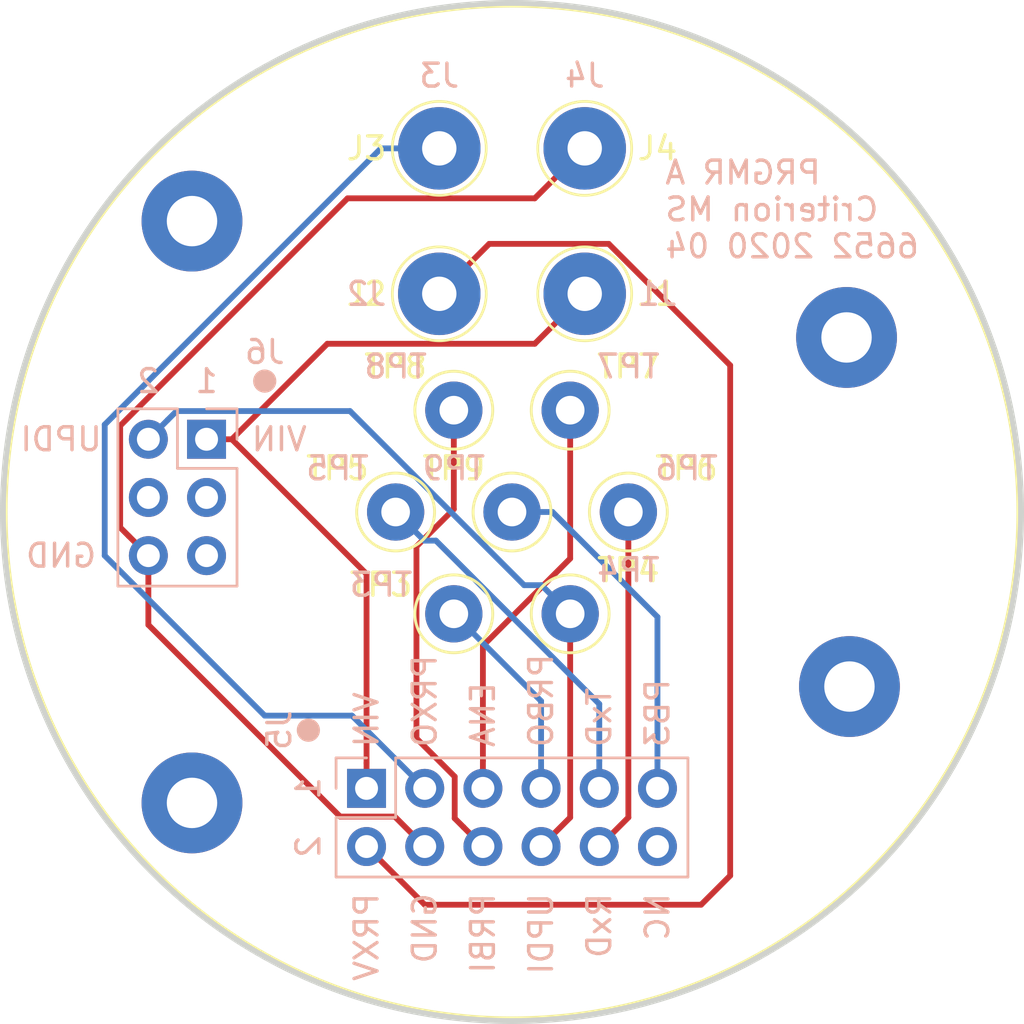
<source format=kicad_pcb>
(kicad_pcb (version 20171130) (host pcbnew 5.1.4+dfsg1-1)

  (general
    (thickness 1.6)
    (drawings 36)
    (tracks 65)
    (zones 0)
    (modules 17)
    (nets 12)
  )

  (page A4)
  (layers
    (0 F.Cu signal)
    (31 B.Cu signal)
    (32 B.Adhes user hide)
    (33 F.Adhes user hide)
    (34 B.Paste user hide)
    (35 F.Paste user hide)
    (36 B.SilkS user)
    (37 F.SilkS user)
    (38 B.Mask user hide)
    (39 F.Mask user hide)
    (40 Dwgs.User user)
    (41 Cmts.User user)
    (42 Eco1.User user)
    (43 Eco2.User user)
    (44 Edge.Cuts user)
    (45 Margin user hide)
    (46 B.CrtYd user)
    (47 F.CrtYd user)
    (48 B.Fab user hide)
    (49 F.Fab user hide)
  )

  (setup
    (last_trace_width 0.254)
    (user_trace_width 0.1524)
    (user_trace_width 0.254)
    (user_trace_width 0.381)
    (user_trace_width 0.635)
    (trace_clearance 0.254)
    (zone_clearance 0.508)
    (zone_45_only no)
    (trace_min 0.1524)
    (via_size 0.635)
    (via_drill 0.381)
    (via_min_size 0.508)
    (via_min_drill 0.254)
    (user_via 0.508 0.254)
    (user_via 0.762 0.381)
    (user_via 1.27 0.635)
    (uvia_size 0.508)
    (uvia_drill 0.254)
    (uvias_allowed no)
    (uvia_min_size 0.2)
    (uvia_min_drill 0.1)
    (edge_width 0.05)
    (segment_width 0.2)
    (pcb_text_width 0.3)
    (pcb_text_size 1.5 1.5)
    (mod_edge_width 0.12)
    (mod_text_size 1 1)
    (mod_text_width 0.15)
    (pad_size 1.56 0.65)
    (pad_drill 0)
    (pad_to_mask_clearance 0.051)
    (solder_mask_min_width 0.25)
    (aux_axis_origin 0 0)
    (visible_elements FFFFFF7F)
    (pcbplotparams
      (layerselection 0x010fc_ffffffff)
      (usegerberextensions false)
      (usegerberattributes false)
      (usegerberadvancedattributes false)
      (creategerberjobfile false)
      (excludeedgelayer true)
      (linewidth 0.100000)
      (plotframeref false)
      (viasonmask false)
      (mode 1)
      (useauxorigin false)
      (hpglpennumber 1)
      (hpglpenspeed 20)
      (hpglpendiameter 15.000000)
      (psnegative false)
      (psa4output false)
      (plotreference true)
      (plotvalue true)
      (plotinvisibletext false)
      (padsonsilk false)
      (subtractmaskfromsilk false)
      (outputformat 1)
      (mirror false)
      (drillshape 1)
      (scaleselection 1)
      (outputdirectory ""))
  )

  (net 0 "")
  (net 1 +15V)
  (net 2 /Prox_Out)
  (net 3 /UPDI)
  (net 4 /VIN)
  (net 5 /GND)
  (net 6 /Probe_Out)
  (net 7 /TxD)
  (net 8 /RxD)
  (net 9 /Ena_Prox)
  (net 10 /Probe_In)
  (net 11 /Spare)

  (net_class Default "This is the default net class."
    (clearance 0.254)
    (trace_width 0.254)
    (via_dia 0.635)
    (via_drill 0.381)
    (uvia_dia 0.508)
    (uvia_drill 0.254)
    (diff_pair_width 0.254)
    (diff_pair_gap 0.254)
    (add_net +15V)
    (add_net /Ena_Prox)
    (add_net /GND)
    (add_net /Probe_In)
    (add_net /Probe_Out)
    (add_net /Prox_Out)
    (add_net /RxD)
    (add_net /Spare)
    (add_net /TxD)
    (add_net /UPDI)
    (add_net /VIN)
    (add_net "Net-(J5-Pad12)")
    (add_net "Net-(J6-Pad3)")
    (add_net "Net-(J6-Pad4)")
    (add_net "Net-(J6-Pad5)")
  )

  (net_class Minimum ""
    (clearance 0.1524)
    (trace_width 0.1524)
    (via_dia 0.508)
    (via_drill 0.254)
    (uvia_dia 0.508)
    (uvia_drill 0.254)
    (diff_pair_width 0.1524)
    (diff_pair_gap 0.1524)
  )

  (net_class Power ""
    (clearance 0.635)
    (trace_width 0.635)
    (via_dia 1.27)
    (via_drill 0.635)
    (uvia_dia 0.508)
    (uvia_drill 0.254)
    (diff_pair_width 0.635)
    (diff_pair_gap 0.635)
  )

  (module Connector_PinHeader_2.54mm:PinHeader_2x03_P2.54mm_Vertical (layer B.Cu) (tedit 59FED5CC) (tstamp 5E9FD1E1)
    (at 139.065 98.425 180)
    (descr "Through hole straight pin header, 2x03, 2.54mm pitch, double rows")
    (tags "Through hole pin header THT 2x03 2.54mm double row")
    (path /5EA491CE)
    (fp_text reference J6 (at -2.54 3.81) (layer B.SilkS)
      (effects (font (size 1 1) (thickness 0.15)) (justify mirror))
    )
    (fp_text value Conn_02x03_Odd_Even (at 1.27 -7.41) (layer B.Fab)
      (effects (font (size 1 1) (thickness 0.15)) (justify mirror))
    )
    (fp_text user %R (at 1.27 -2.54 270) (layer B.Fab)
      (effects (font (size 1 1) (thickness 0.15)) (justify mirror))
    )
    (fp_line (start 4.35 1.8) (end -1.8 1.8) (layer B.CrtYd) (width 0.05))
    (fp_line (start 4.35 -6.85) (end 4.35 1.8) (layer B.CrtYd) (width 0.05))
    (fp_line (start -1.8 -6.85) (end 4.35 -6.85) (layer B.CrtYd) (width 0.05))
    (fp_line (start -1.8 1.8) (end -1.8 -6.85) (layer B.CrtYd) (width 0.05))
    (fp_line (start -1.33 1.33) (end 0 1.33) (layer B.SilkS) (width 0.12))
    (fp_line (start -1.33 0) (end -1.33 1.33) (layer B.SilkS) (width 0.12))
    (fp_line (start 1.27 1.33) (end 3.87 1.33) (layer B.SilkS) (width 0.12))
    (fp_line (start 1.27 -1.27) (end 1.27 1.33) (layer B.SilkS) (width 0.12))
    (fp_line (start -1.33 -1.27) (end 1.27 -1.27) (layer B.SilkS) (width 0.12))
    (fp_line (start 3.87 1.33) (end 3.87 -6.41) (layer B.SilkS) (width 0.12))
    (fp_line (start -1.33 -1.27) (end -1.33 -6.41) (layer B.SilkS) (width 0.12))
    (fp_line (start -1.33 -6.41) (end 3.87 -6.41) (layer B.SilkS) (width 0.12))
    (fp_line (start -1.27 0) (end 0 1.27) (layer B.Fab) (width 0.1))
    (fp_line (start -1.27 -6.35) (end -1.27 0) (layer B.Fab) (width 0.1))
    (fp_line (start 3.81 -6.35) (end -1.27 -6.35) (layer B.Fab) (width 0.1))
    (fp_line (start 3.81 1.27) (end 3.81 -6.35) (layer B.Fab) (width 0.1))
    (fp_line (start 0 1.27) (end 3.81 1.27) (layer B.Fab) (width 0.1))
    (pad 6 thru_hole oval (at 2.54 -5.08 180) (size 1.7 1.7) (drill 1) (layers *.Cu *.Mask)
      (net 5 /GND))
    (pad 5 thru_hole oval (at 0 -5.08 180) (size 1.7 1.7) (drill 1) (layers *.Cu *.Mask))
    (pad 4 thru_hole oval (at 2.54 -2.54 180) (size 1.7 1.7) (drill 1) (layers *.Cu *.Mask))
    (pad 3 thru_hole oval (at 0 -2.54 180) (size 1.7 1.7) (drill 1) (layers *.Cu *.Mask))
    (pad 2 thru_hole oval (at 2.54 0 180) (size 1.7 1.7) (drill 1) (layers *.Cu *.Mask)
      (net 3 /UPDI))
    (pad 1 thru_hole rect (at 0 0 180) (size 1.7 1.7) (drill 1) (layers *.Cu *.Mask)
      (net 4 /VIN))
    (model ${KISYS3DMOD}/Connector_PinHeader_2.54mm.3dshapes/PinHeader_2x03_P2.54mm_Vertical.wrl
      (at (xyz 0 0 0))
      (scale (xyz 1 1 1))
      (rotate (xyz 0 0 0))
    )
  )

  (module Boeing_6652:P70-2200045 (layer F.Cu) (tedit 5E9886D3) (tstamp 5EA0114B)
    (at 152.4 101.6)
    (path /5F01F231)
    (fp_text reference TP9 (at -2.54 -1.905) (layer F.SilkS)
      (effects (font (size 1 1) (thickness 0.15)))
    )
    (fp_text value PB3 (at -0.1 3.1) (layer F.Fab) hide
      (effects (font (size 1.005102 1.005102) (thickness 0.015)))
    )
    (fp_circle (center 0 0) (end 1.66 0) (layer F.CrtYd) (width 0.05))
    (fp_circle (center 0 0) (end 1.08 0) (layer F.Fab) (width 0.127))
    (fp_circle (center 0 0) (end 1.7 0) (layer F.SilkS) (width 0.127))
    (pad 1 thru_hole circle (at 0 0) (size 2.5 2.5) (drill 1.25) (layers *.Cu *.Mask)
      (net 11 /Spare))
    (model ${KIPRJMOD}/p70-2200045.stp
      (offset (xyz 0 0 0.05))
      (scale (xyz 1 1 1))
      (rotate (xyz -90 0 0))
    )
  )

  (module Boeing_6652:P70-2200045 (layer F.Cu) (tedit 5E9886D3) (tstamp 5E9EA19B)
    (at 149.86 97.155)
    (path /5EBC4B02)
    (fp_text reference TP8 (at -2.54 -1.905) (layer F.SilkS)
      (effects (font (size 1 1) (thickness 0.15)))
    )
    (fp_text value Probe_In (at -0.1 3.1) (layer F.Fab) hide
      (effects (font (size 1.005102 1.005102) (thickness 0.015)))
    )
    (fp_circle (center 0 0) (end 1.66 0) (layer F.CrtYd) (width 0.05))
    (fp_circle (center 0 0) (end 1.08 0) (layer F.Fab) (width 0.127))
    (fp_circle (center 0 0) (end 1.7 0) (layer F.SilkS) (width 0.127))
    (pad 1 thru_hole circle (at 0 0) (size 2.5 2.5) (drill 1.25) (layers *.Cu *.Mask)
      (net 10 /Probe_In))
    (model ${KIPRJMOD}/p70-2200045.stp
      (offset (xyz 0 0 0.05))
      (scale (xyz 1 1 1))
      (rotate (xyz -90 0 0))
    )
  )

  (module Boeing_6652:P70-2200045 (layer F.Cu) (tedit 5E9886D3) (tstamp 5EA032F7)
    (at 154.94 97.155)
    (path /5EEC8881)
    (fp_text reference TP7 (at 2.54 -1.905) (layer F.SilkS)
      (effects (font (size 1 1) (thickness 0.15)))
    )
    (fp_text value ENA_PROX (at -0.1 3.1) (layer F.Fab) hide
      (effects (font (size 1.005102 1.005102) (thickness 0.015)))
    )
    (fp_circle (center 0 0) (end 1.66 0) (layer F.CrtYd) (width 0.05))
    (fp_circle (center 0 0) (end 1.08 0) (layer F.Fab) (width 0.127))
    (fp_circle (center 0 0) (end 1.7 0) (layer F.SilkS) (width 0.127))
    (pad 1 thru_hole circle (at 0 0) (size 2.5 2.5) (drill 1.25) (layers *.Cu *.Mask)
      (net 9 /Ena_Prox))
    (model ${KIPRJMOD}/p70-2200045.stp
      (offset (xyz 0 0 0.05))
      (scale (xyz 1 1 1))
      (rotate (xyz -90 0 0))
    )
  )

  (module Boeing_6652:P70-2200045 (layer F.Cu) (tedit 5E9886D3) (tstamp 5E9F9F98)
    (at 157.48 101.6)
    (path /5F248CEB)
    (fp_text reference TP6 (at 2.54 -1.905) (layer F.SilkS)
      (effects (font (size 1 1) (thickness 0.15)))
    )
    (fp_text value RxD (at -0.1 3.1) (layer F.Fab) hide
      (effects (font (size 1.005102 1.005102) (thickness 0.015)))
    )
    (fp_circle (center 0 0) (end 1.66 0) (layer F.CrtYd) (width 0.05))
    (fp_circle (center 0 0) (end 1.08 0) (layer F.Fab) (width 0.127))
    (fp_circle (center 0 0) (end 1.7 0) (layer F.SilkS) (width 0.127))
    (pad 1 thru_hole circle (at 0 0) (size 2.5 2.5) (drill 1.25) (layers *.Cu *.Mask)
      (net 8 /RxD))
    (model ${KIPRJMOD}/p70-2200045.stp
      (offset (xyz 0 0 0.05))
      (scale (xyz 1 1 1))
      (rotate (xyz -90 0 0))
    )
  )

  (module Boeing_6652:P70-2200045 (layer F.Cu) (tedit 5E9886D3) (tstamp 5E9EA059)
    (at 147.32 101.6)
    (path /5F573187)
    (fp_text reference TP5 (at -2.54 -1.905) (layer F.SilkS)
      (effects (font (size 1 1) (thickness 0.15)))
    )
    (fp_text value TxD (at -0.1 3.1) (layer F.Fab) hide
      (effects (font (size 1.005102 1.005102) (thickness 0.015)))
    )
    (fp_circle (center 0 0) (end 1.66 0) (layer F.CrtYd) (width 0.05))
    (fp_circle (center 0 0) (end 1.08 0) (layer F.Fab) (width 0.127))
    (fp_circle (center 0 0) (end 1.7 0) (layer F.SilkS) (width 0.127))
    (pad 1 thru_hole circle (at 0 0) (size 2.5 2.5) (drill 1.25) (layers *.Cu *.Mask)
      (net 7 /TxD))
    (model ${KIPRJMOD}/p70-2200045.stp
      (offset (xyz 0 0 0.05))
      (scale (xyz 1 1 1))
      (rotate (xyz -90 0 0))
    )
  )

  (module Boeing_6652:P70-2200045 (layer F.Cu) (tedit 5E9886D3) (tstamp 5E9EA38F)
    (at 154.94 106.045)
    (path /5EEBD63B)
    (fp_text reference TP4 (at 2.54 -1.905) (layer F.SilkS)
      (effects (font (size 1 1) (thickness 0.15)))
    )
    (fp_text value UPDI (at -0.1 3.1) (layer F.Fab) hide
      (effects (font (size 1.005102 1.005102) (thickness 0.015)))
    )
    (fp_circle (center 0 0) (end 1.66 0) (layer F.CrtYd) (width 0.05))
    (fp_circle (center 0 0) (end 1.08 0) (layer F.Fab) (width 0.127))
    (fp_circle (center 0 0) (end 1.7 0) (layer F.SilkS) (width 0.127))
    (pad 1 thru_hole circle (at 0 0) (size 2.5 2.5) (drill 1.25) (layers *.Cu *.Mask)
      (net 3 /UPDI))
    (model ${KIPRJMOD}/p70-2200045.stp
      (offset (xyz 0 0 0.05))
      (scale (xyz 1 1 1))
      (rotate (xyz -90 0 0))
    )
  )

  (module Boeing_6652:P70-2200045 (layer F.Cu) (tedit 5E9886D3) (tstamp 5E9BD51D)
    (at 149.86 106.045)
    (path /5EBB55B8)
    (fp_text reference TP3 (at -3.175 -1.27) (layer F.SilkS)
      (effects (font (size 1 1) (thickness 0.15)))
    )
    (fp_text value Probe_Out (at -0.1 3.1) (layer F.Fab) hide
      (effects (font (size 1.005102 1.005102) (thickness 0.015)))
    )
    (fp_circle (center 0 0) (end 1.66 0) (layer F.CrtYd) (width 0.05))
    (fp_circle (center 0 0) (end 1.08 0) (layer F.Fab) (width 0.127))
    (fp_circle (center 0 0) (end 1.7 0) (layer F.SilkS) (width 0.127))
    (pad 1 thru_hole circle (at 0 0) (size 2.5 2.5) (drill 1.25) (layers *.Cu *.Mask)
      (net 6 /Probe_Out))
    (model ${KIPRJMOD}/p70-2200045.stp
      (offset (xyz 0 0 0.05))
      (scale (xyz 1 1 1))
      (rotate (xyz -90 0 0))
    )
  )

  (module Connector_PinHeader_2.54mm:PinHeader_2x06_P2.54mm_Vertical (layer B.Cu) (tedit 59FED5CC) (tstamp 5E9F9E13)
    (at 146.05 113.665 270)
    (descr "Through hole straight pin header, 2x06, 2.54mm pitch, double rows")
    (tags "Through hole pin header THT 2x06 2.54mm double row")
    (path /5EA05D8E)
    (fp_text reference J5 (at -2.54 3.81 270) (layer B.SilkS)
      (effects (font (size 1 1) (thickness 0.15)) (justify mirror))
    )
    (fp_text value Conn_02x06_Odd_Even (at 1.27 -15.03 270) (layer B.Fab)
      (effects (font (size 1 1) (thickness 0.15)) (justify mirror))
    )
    (fp_text user %R (at 1.27 -6.35) (layer B.Fab)
      (effects (font (size 1 1) (thickness 0.15)) (justify mirror))
    )
    (fp_line (start 4.35 1.8) (end -1.8 1.8) (layer B.CrtYd) (width 0.05))
    (fp_line (start 4.35 -14.5) (end 4.35 1.8) (layer B.CrtYd) (width 0.05))
    (fp_line (start -1.8 -14.5) (end 4.35 -14.5) (layer B.CrtYd) (width 0.05))
    (fp_line (start -1.8 1.8) (end -1.8 -14.5) (layer B.CrtYd) (width 0.05))
    (fp_line (start -1.33 1.33) (end 0 1.33) (layer B.SilkS) (width 0.12))
    (fp_line (start -1.33 0) (end -1.33 1.33) (layer B.SilkS) (width 0.12))
    (fp_line (start 1.27 1.33) (end 3.87 1.33) (layer B.SilkS) (width 0.12))
    (fp_line (start 1.27 -1.27) (end 1.27 1.33) (layer B.SilkS) (width 0.12))
    (fp_line (start -1.33 -1.27) (end 1.27 -1.27) (layer B.SilkS) (width 0.12))
    (fp_line (start 3.87 1.33) (end 3.87 -14.03) (layer B.SilkS) (width 0.12))
    (fp_line (start -1.33 -1.27) (end -1.33 -14.03) (layer B.SilkS) (width 0.12))
    (fp_line (start -1.33 -14.03) (end 3.87 -14.03) (layer B.SilkS) (width 0.12))
    (fp_line (start -1.27 0) (end 0 1.27) (layer B.Fab) (width 0.1))
    (fp_line (start -1.27 -13.97) (end -1.27 0) (layer B.Fab) (width 0.1))
    (fp_line (start 3.81 -13.97) (end -1.27 -13.97) (layer B.Fab) (width 0.1))
    (fp_line (start 3.81 1.27) (end 3.81 -13.97) (layer B.Fab) (width 0.1))
    (fp_line (start 0 1.27) (end 3.81 1.27) (layer B.Fab) (width 0.1))
    (pad 12 thru_hole oval (at 2.54 -12.7 270) (size 1.7 1.7) (drill 1) (layers *.Cu *.Mask))
    (pad 11 thru_hole oval (at 0 -12.7 270) (size 1.7 1.7) (drill 1) (layers *.Cu *.Mask)
      (net 11 /Spare))
    (pad 10 thru_hole oval (at 2.54 -10.16 270) (size 1.7 1.7) (drill 1) (layers *.Cu *.Mask)
      (net 8 /RxD))
    (pad 9 thru_hole oval (at 0 -10.16 270) (size 1.7 1.7) (drill 1) (layers *.Cu *.Mask)
      (net 7 /TxD))
    (pad 8 thru_hole oval (at 2.54 -7.62 270) (size 1.7 1.7) (drill 1) (layers *.Cu *.Mask)
      (net 3 /UPDI))
    (pad 7 thru_hole oval (at 0 -7.62 270) (size 1.7 1.7) (drill 1) (layers *.Cu *.Mask)
      (net 6 /Probe_Out))
    (pad 6 thru_hole oval (at 2.54 -5.08 270) (size 1.7 1.7) (drill 1) (layers *.Cu *.Mask)
      (net 10 /Probe_In))
    (pad 5 thru_hole oval (at 0 -5.08 270) (size 1.7 1.7) (drill 1) (layers *.Cu *.Mask)
      (net 9 /Ena_Prox))
    (pad 4 thru_hole oval (at 2.54 -2.54 270) (size 1.7 1.7) (drill 1) (layers *.Cu *.Mask)
      (net 5 /GND))
    (pad 3 thru_hole oval (at 0 -2.54 270) (size 1.7 1.7) (drill 1) (layers *.Cu *.Mask)
      (net 2 /Prox_Out))
    (pad 2 thru_hole oval (at 2.54 0 270) (size 1.7 1.7) (drill 1) (layers *.Cu *.Mask)
      (net 1 +15V))
    (pad 1 thru_hole rect (at 0 0 270) (size 1.7 1.7) (drill 1) (layers *.Cu *.Mask)
      (net 4 /VIN))
    (model ${KISYS3DMOD}/Connector_PinHeader_2.54mm.3dshapes/PinHeader_2x06_P2.54mm_Vertical.wrl
      (at (xyz 0 0 0))
      (scale (xyz 1 1 1))
      (rotate (xyz 0 0 0))
    )
  )

  (module Boeing_6652:1946_or_S70-332 locked (layer F.Cu) (tedit 5E9E0C39) (tstamp 5E9E9E70)
    (at 155.575 85.725)
    (descr "THT pad as test Point, diameter 3.0mm, hole diameter 1.5mm")
    (tags "test point THT pad")
    (path /5EA1CC87)
    (attr virtual)
    (fp_text reference J4 (at 3.175 0) (layer F.SilkS)
      (effects (font (size 1 1) (thickness 0.15)))
    )
    (fp_text value GND (at 0 2.55) (layer F.Fab)
      (effects (font (size 1 1) (thickness 0.15)))
    )
    (fp_text user %R (at 0 -2.4) (layer F.Fab)
      (effects (font (size 1 1) (thickness 0.15)))
    )
    (fp_circle (center 0 0) (end 2.2 0) (layer F.CrtYd) (width 0.05))
    (fp_circle (center 0 0) (end 2.05 0) (layer F.SilkS) (width 0.12))
    (pad 1 thru_hole circle (at 0 0) (size 3.6 3.6) (drill 1.5) (layers *.Cu *.Mask)
      (net 5 /GND))
  )

  (module Boeing_6652:1946_or_S70-332 locked (layer F.Cu) (tedit 5E9E0C39) (tstamp 5E9E9547)
    (at 149.225 85.725)
    (descr "THT pad as test Point, diameter 3.0mm, hole diameter 1.5mm")
    (tags "test point THT pad")
    (path /5EA0A459)
    (attr virtual)
    (fp_text reference J3 (at -3.175 0) (layer F.SilkS)
      (effects (font (size 1 1) (thickness 0.15)))
    )
    (fp_text value Prox_Out (at 0 2.55) (layer F.Fab)
      (effects (font (size 1 1) (thickness 0.15)))
    )
    (fp_text user %R (at 0 -2.4) (layer F.Fab)
      (effects (font (size 1 1) (thickness 0.15)))
    )
    (fp_circle (center 0 0) (end 2.2 0) (layer F.CrtYd) (width 0.05))
    (fp_circle (center 0 0) (end 2.05 0) (layer F.SilkS) (width 0.12))
    (pad 1 thru_hole circle (at 0 0) (size 3.6 3.6) (drill 1.5) (layers *.Cu *.Mask)
      (net 2 /Prox_Out))
  )

  (module Boeing_6652:1946_or_S70-332 locked (layer F.Cu) (tedit 5E9E0C39) (tstamp 5E9E9E60)
    (at 149.225 92.075)
    (descr "THT pad as test Point, diameter 3.0mm, hole diameter 1.5mm")
    (tags "test point THT pad")
    (path /5EA193D6)
    (attr virtual)
    (fp_text reference J2 (at -3.175 0) (layer F.SilkS)
      (effects (font (size 1 1) (thickness 0.15)))
    )
    (fp_text value V_Prox (at 0 2.55) (layer F.Fab)
      (effects (font (size 1 1) (thickness 0.15)))
    )
    (fp_text user %R (at 0 -2.4) (layer F.Fab)
      (effects (font (size 1 1) (thickness 0.15)))
    )
    (fp_circle (center 0 0) (end 2.2 0) (layer F.CrtYd) (width 0.05))
    (fp_circle (center 0 0) (end 2.05 0) (layer F.SilkS) (width 0.12))
    (pad 1 thru_hole circle (at 0 0) (size 3.6 3.6) (drill 1.5) (layers *.Cu *.Mask)
      (net 1 +15V))
  )

  (module Boeing_6652:1946_or_S70-332 locked (layer F.Cu) (tedit 5E9E0C39) (tstamp 5E9E9E58)
    (at 155.575 92.075)
    (descr "THT pad as test Point, diameter 3.0mm, hole diameter 1.5mm")
    (tags "test point THT pad")
    (path /5EA196FC)
    (attr virtual)
    (fp_text reference J1 (at 3.175 0) (layer F.SilkS)
      (effects (font (size 1 1) (thickness 0.15)))
    )
    (fp_text value VBATT (at 0 2.55) (layer F.Fab)
      (effects (font (size 1 1) (thickness 0.15)))
    )
    (fp_text user %R (at 0 -2.4) (layer F.Fab)
      (effects (font (size 1 1) (thickness 0.15)))
    )
    (fp_circle (center 0 0) (end 2.2 0) (layer F.CrtYd) (width 0.05))
    (fp_circle (center 0 0) (end 2.05 0) (layer F.SilkS) (width 0.12))
    (pad 1 thru_hole circle (at 0 0) (size 3.6 3.6) (drill 1.5) (layers *.Cu *.Mask)
      (net 4 /VIN))
  )

  (module MountingHole:MountingHole_2.2mm_M2_Pad (layer F.Cu) (tedit 56D1B4CB) (tstamp 5E9F9DD5)
    (at 167.005 93.98)
    (descr "Mounting Hole 2.2mm, M2")
    (tags "mounting hole 2.2mm m2")
    (path /5F248CDE)
    (attr virtual)
    (fp_text reference H4 (at 0 -3.2) (layer F.SilkS) hide
      (effects (font (size 1 1) (thickness 0.15)))
    )
    (fp_text value "M2 Screw" (at 0 3.2) (layer F.Fab)
      (effects (font (size 1 1) (thickness 0.15)))
    )
    (fp_circle (center 0 0) (end 2.45 0) (layer F.CrtYd) (width 0.05))
    (fp_circle (center 0 0) (end 2.2 0) (layer Cmts.User) (width 0.15))
    (fp_text user %R (at 0.3 0) (layer F.Fab)
      (effects (font (size 1 1) (thickness 0.15)))
    )
    (pad 1 thru_hole circle (at 0 0) (size 4.4 4.4) (drill 2.2) (layers *.Cu *.Mask))
  )

  (module MountingHole:MountingHole_2.2mm_M2_Pad (layer F.Cu) (tedit 56D1B4CB) (tstamp 5E9F9DBF)
    (at 138.43 114.3)
    (descr "Mounting Hole 2.2mm, M2")
    (tags "mounting hole 2.2mm m2")
    (path /5F248CDC)
    (attr virtual)
    (fp_text reference H2 (at 0 -3.2) (layer F.SilkS) hide
      (effects (font (size 1 1) (thickness 0.15)))
    )
    (fp_text value "M2 Screw" (at 0 3.2) (layer F.Fab)
      (effects (font (size 1 1) (thickness 0.15)))
    )
    (fp_circle (center 0 0) (end 2.45 0) (layer F.CrtYd) (width 0.05))
    (fp_circle (center 0 0) (end 2.2 0) (layer Cmts.User) (width 0.15))
    (fp_text user %R (at 0.3 0) (layer F.Fab)
      (effects (font (size 1 1) (thickness 0.15)))
    )
    (pad 1 thru_hole circle (at 0 0) (size 4.4 4.4) (drill 2.2) (layers *.Cu *.Mask))
  )

  (module MountingHole:MountingHole_2.2mm_M2_Pad locked (layer F.Cu) (tedit 56D1B4CB) (tstamp 5E9C0E32)
    (at 167.132 109.22)
    (descr "Mounting Hole 2.2mm, M2")
    (tags "mounting hole 2.2mm m2")
    (path /5EB004AC)
    (attr virtual)
    (fp_text reference H3 (at 0 -3.2) (layer F.SilkS) hide
      (effects (font (size 1 1) (thickness 0.15)))
    )
    (fp_text value "M2 Screw" (at 0 3.2) (layer F.Fab)
      (effects (font (size 1 1) (thickness 0.15)))
    )
    (fp_circle (center 0 0) (end 2.45 0) (layer F.CrtYd) (width 0.05))
    (fp_circle (center 0 0) (end 2.2 0) (layer Cmts.User) (width 0.15))
    (fp_text user %R (at 0.3 0) (layer F.Fab)
      (effects (font (size 1 1) (thickness 0.15)))
    )
    (pad 1 thru_hole circle (at 0 0) (size 4.4 4.4) (drill 2.2) (layers *.Cu *.Mask))
  )

  (module MountingHole:MountingHole_2.2mm_M2_Pad locked (layer F.Cu) (tedit 56D1B4CB) (tstamp 5E9E9505)
    (at 138.43 88.9)
    (descr "Mounting Hole 2.2mm, M2")
    (tags "mounting hole 2.2mm m2")
    (path /5EAFF0B7)
    (attr virtual)
    (fp_text reference H1 (at 0 -3.2) (layer F.SilkS) hide
      (effects (font (size 1 1) (thickness 0.15)))
    )
    (fp_text value "M2 Screw" (at 0 3.2) (layer F.Fab)
      (effects (font (size 1 1) (thickness 0.15)))
    )
    (fp_circle (center 0 0) (end 2.45 0) (layer F.CrtYd) (width 0.05))
    (fp_circle (center 0 0) (end 2.2 0) (layer Cmts.User) (width 0.15))
    (fp_text user %R (at 0.3 0) (layer F.Fab)
      (effects (font (size 1 1) (thickness 0.15)))
    )
    (pad 1 thru_hole circle (at 0 0) (size 4.4 4.4) (drill 2.2) (layers *.Cu *.Mask))
  )

  (gr_text J2 (at 146.05 92.075) (layer B.SilkS)
    (effects (font (size 1 1) (thickness 0.15)) (justify mirror))
  )
  (gr_text J3 (at 149.225 82.55) (layer B.SilkS)
    (effects (font (size 1 1) (thickness 0.15)) (justify mirror))
  )
  (gr_text J4 (at 155.575 82.55) (layer B.SilkS)
    (effects (font (size 1 1) (thickness 0.15)) (justify mirror))
  )
  (gr_text J1 (at 158.75 92.075) (layer B.SilkS)
    (effects (font (size 1 1) (thickness 0.15)) (justify mirror))
  )
  (gr_text TP7 (at 157.48 95.25) (layer B.SilkS)
    (effects (font (size 1 1) (thickness 0.15)) (justify mirror))
  )
  (gr_text TP8 (at 147.32 95.25) (layer B.SilkS)
    (effects (font (size 1 1) (thickness 0.15)) (justify mirror))
  )
  (gr_text TP9 (at 149.86 99.695) (layer B.SilkS)
    (effects (font (size 1 1) (thickness 0.15)) (justify mirror))
  )
  (gr_text TP5 (at 144.78 99.695) (layer B.SilkS)
    (effects (font (size 1 1) (thickness 0.15)) (justify mirror))
  )
  (gr_text TP3 (at 146.685 104.775) (layer B.SilkS)
    (effects (font (size 1 1) (thickness 0.15)) (justify mirror))
  )
  (gr_text TP4 (at 157.48 104.14) (layer B.SilkS)
    (effects (font (size 1 1) (thickness 0.15)) (justify mirror))
  )
  (gr_text TP6 (at 160.02 99.695) (layer B.SilkS)
    (effects (font (size 1 1) (thickness 0.15)) (justify mirror))
  )
  (gr_circle (center 152.4 101.6) (end 159.5501 101.6) (layer F.Fab) (width 0.12))
  (gr_text NC (at 158.75 119.276905 90) (layer B.SilkS)
    (effects (font (size 1 1) (thickness 0.15)) (justify mirror))
  )
  (gr_text RxD (at 156.21 119.657857 90) (layer B.SilkS)
    (effects (font (size 1 1) (thickness 0.15)) (justify mirror))
  )
  (gr_text UPDI (at 153.67 120.015 90) (layer B.SilkS)
    (effects (font (size 1 1) (thickness 0.15)) (justify mirror))
  )
  (gr_text PRBI (at 151.13 119.99119 90) (layer B.SilkS)
    (effects (font (size 1 1) (thickness 0.15)) (justify mirror))
  )
  (gr_text PB3 (at 158.75 110.37881 90) (layer B.SilkS)
    (effects (font (size 1 1) (thickness 0.15)) (justify mirror))
  )
  (gr_text TxD (at 156.21 110.569286 90) (layer B.SilkS)
    (effects (font (size 1 1) (thickness 0.15)) (justify mirror))
  )
  (gr_text PRBO (at 153.67 109.831191 90) (layer B.SilkS)
    (effects (font (size 1 1) (thickness 0.15)) (justify mirror))
  )
  (gr_text ENA (at 151.13 110.450238 90) (layer B.SilkS)
    (effects (font (size 1 1) (thickness 0.15)) (justify mirror))
  )
  (gr_text PRXO (at 148.59 109.855 90) (layer B.SilkS)
    (effects (font (size 1 1) (thickness 0.15)) (justify mirror))
  )
  (gr_text GND (at 148.59 119.776905 90) (layer B.SilkS)
    (effects (font (size 1 1) (thickness 0.15)) (justify mirror))
  )
  (gr_text PRXV (at 146.05 120.157857 90) (layer B.SilkS)
    (effects (font (size 1 1) (thickness 0.15)) (justify mirror))
  )
  (gr_text VIN (at 146.05 110.664524 90) (layer B.SilkS)
    (effects (font (size 1 1) (thickness 0.15)) (justify mirror))
  )
  (gr_text 2 (at 143.51 116.205 90) (layer B.SilkS)
    (effects (font (size 1 1) (thickness 0.15)) (justify mirror))
  )
  (gr_text 1 (at 143.51 113.665 90) (layer B.SilkS)
    (effects (font (size 1 1) (thickness 0.15)) (justify mirror))
  )
  (gr_text 2 (at 136.525 95.885) (layer B.SilkS)
    (effects (font (size 1 1) (thickness 0.15)) (justify mirror))
  )
  (gr_text 1 (at 139.065 95.885) (layer B.SilkS)
    (effects (font (size 1 1) (thickness 0.15)) (justify mirror))
  )
  (gr_text GND (at 132.715 103.505) (layer B.SilkS)
    (effects (font (size 1 1) (thickness 0.15)) (justify mirror))
  )
  (gr_text UPDI (at 132.715 98.425) (layer B.SilkS)
    (effects (font (size 1 1) (thickness 0.15)) (justify mirror))
  )
  (gr_text VIN (at 142.24 98.425) (layer B.SilkS)
    (effects (font (size 1 1) (thickness 0.15)) (justify mirror))
  )
  (gr_circle (center 141.605 95.885) (end 141.859 95.885) (layer B.SilkS) (width 0.508) (tstamp 5E9FD2B6))
  (gr_circle (center 143.51 111.125) (end 143.764 111.125) (layer B.SilkS) (width 0.508))
  (gr_text "PRGMR A\nCriterion MS\n6652 2020 04" (at 159.004 88.392) (layer B.SilkS) (tstamp 5E9FD2BD)
    (effects (font (size 1 1) (thickness 0.15)) (justify right mirror))
  )
  (gr_circle (center 152.4 101.6) (end 174.498 101.6) (layer F.SilkS) (width 0.1524) (tstamp 5E973576))
  (gr_circle (center 152.4 101.6) (end 174.625 101.6) (layer Edge.Cuts) (width 0.254))

  (segment (start 156.621881 89.893999) (end 161.925 95.197118) (width 0.254) (layer F.Cu) (net 1))
  (segment (start 149.225 92.075) (end 151.406001 89.893999) (width 0.254) (layer F.Cu) (net 1))
  (segment (start 151.406001 89.893999) (end 156.621881 89.893999) (width 0.254) (layer F.Cu) (net 1))
  (segment (start 161.925 95.197118) (end 161.925 117.475) (width 0.254) (layer F.Cu) (net 1))
  (segment (start 161.925 117.475) (end 160.655 118.745) (width 0.254) (layer F.Cu) (net 1))
  (segment (start 148.59 118.745) (end 146.05 116.205) (width 0.254) (layer F.Cu) (net 1))
  (segment (start 160.655 118.745) (end 148.59 118.745) (width 0.254) (layer F.Cu) (net 1))
  (segment (start 146.679416 85.725) (end 134.62 97.784416) (width 0.254) (layer B.Cu) (net 2))
  (segment (start 149.225 85.725) (end 146.679416 85.725) (width 0.254) (layer B.Cu) (net 2))
  (segment (start 134.62 97.784416) (end 134.62 103.505) (width 0.254) (layer B.Cu) (net 2))
  (segment (start 134.62 103.505) (end 141.605 110.49) (width 0.254) (layer B.Cu) (net 2))
  (segment (start 145.415 110.49) (end 148.59 113.665) (width 0.254) (layer B.Cu) (net 2))
  (segment (start 141.605 110.49) (end 145.415 110.49) (width 0.254) (layer B.Cu) (net 2))
  (segment (start 155.067 105.818) (end 155.075 105.81) (width 0.381) (layer F.Cu) (net 3))
  (segment (start 155.075 105.81) (end 155.075 105.41) (width 0.381) (layer F.Cu) (net 3))
  (segment (start 154.94 114.935) (end 153.67 116.205) (width 0.254) (layer F.Cu) (net 3))
  (segment (start 154.94 106.045) (end 154.94 114.935) (width 0.254) (layer F.Cu) (net 3))
  (segment (start 137.374999 97.575001) (end 136.525 98.425) (width 0.254) (layer B.Cu) (net 3))
  (segment (start 137.756001 97.193999) (end 137.374999 97.575001) (width 0.254) (layer B.Cu) (net 3))
  (segment (start 145.327881 97.193999) (end 137.756001 97.193999) (width 0.254) (layer B.Cu) (net 3))
  (segment (start 152.928883 104.795001) (end 145.327881 97.193999) (width 0.254) (layer B.Cu) (net 3))
  (segment (start 153.690001 104.795001) (end 152.928883 104.795001) (width 0.254) (layer B.Cu) (net 3))
  (segment (start 154.94 106.045) (end 153.690001 104.795001) (width 0.254) (layer B.Cu) (net 3))
  (segment (start 144.337999 94.256001) (end 140.169 98.425) (width 0.254) (layer F.Cu) (net 4))
  (segment (start 153.393999 94.256001) (end 144.337999 94.256001) (width 0.254) (layer F.Cu) (net 4))
  (segment (start 155.575 92.075) (end 153.393999 94.256001) (width 0.254) (layer F.Cu) (net 4))
  (segment (start 146.05 112.561) (end 146.05 113.665) (width 0.254) (layer F.Cu) (net 4))
  (segment (start 146.05 104.306) (end 146.05 112.561) (width 0.254) (layer F.Cu) (net 4))
  (segment (start 140.169 98.425) (end 146.05 104.306) (width 0.254) (layer F.Cu) (net 4))
  (segment (start 139.065 98.425) (end 140.169 98.425) (width 0.254) (layer F.Cu) (net 4))
  (segment (start 135.675001 102.655001) (end 136.525 103.505) (width 0.254) (layer F.Cu) (net 5))
  (segment (start 135.293999 102.273999) (end 135.675001 102.655001) (width 0.254) (layer F.Cu) (net 5))
  (segment (start 135.293999 97.834119) (end 135.293999 102.273999) (width 0.254) (layer F.Cu) (net 5))
  (segment (start 153.393999 87.906001) (end 145.222117 87.906001) (width 0.254) (layer F.Cu) (net 5))
  (segment (start 145.222117 87.906001) (end 135.293999 97.834119) (width 0.254) (layer F.Cu) (net 5))
  (segment (start 155.575 85.725) (end 153.393999 87.906001) (width 0.254) (layer F.Cu) (net 5))
  (segment (start 144.895199 114.896001) (end 136.525 106.525802) (width 0.254) (layer F.Cu) (net 5))
  (segment (start 136.525 104.707081) (end 136.525 103.505) (width 0.254) (layer F.Cu) (net 5))
  (segment (start 147.281001 114.896001) (end 144.895199 114.896001) (width 0.254) (layer F.Cu) (net 5))
  (segment (start 136.525 106.525802) (end 136.525 104.707081) (width 0.254) (layer F.Cu) (net 5))
  (segment (start 148.59 116.205) (end 147.281001 114.896001) (width 0.254) (layer F.Cu) (net 5))
  (segment (start 153.67 109.855) (end 149.86 106.045) (width 0.254) (layer B.Cu) (net 6))
  (segment (start 153.67 113.665) (end 153.67 109.855) (width 0.254) (layer B.Cu) (net 6))
  (segment (start 156.21 109.981118) (end 156.21 112.462919) (width 0.254) (layer B.Cu) (net 7))
  (segment (start 149.078881 102.849999) (end 156.21 109.981118) (width 0.254) (layer B.Cu) (net 7))
  (segment (start 148.569999 102.849999) (end 149.078881 102.849999) (width 0.254) (layer B.Cu) (net 7))
  (segment (start 156.21 112.462919) (end 156.21 113.665) (width 0.254) (layer B.Cu) (net 7))
  (segment (start 147.32 101.6) (end 148.569999 102.849999) (width 0.254) (layer B.Cu) (net 7))
  (segment (start 157.48 114.935) (end 156.21 116.205) (width 0.254) (layer F.Cu) (net 8))
  (segment (start 157.48 101.6) (end 157.48 114.935) (width 0.254) (layer F.Cu) (net 8))
  (segment (start 151.13 112.462919) (end 151.13 113.665) (width 0.254) (layer F.Cu) (net 9))
  (segment (start 151.13 107.441118) (end 151.13 112.462919) (width 0.254) (layer F.Cu) (net 9))
  (segment (start 154.94 103.631118) (end 151.13 107.441118) (width 0.254) (layer F.Cu) (net 9))
  (segment (start 154.94 97.155) (end 154.94 103.631118) (width 0.254) (layer F.Cu) (net 9))
  (segment (start 149.898999 114.973999) (end 150.280001 115.355001) (width 0.254) (layer F.Cu) (net 10))
  (segment (start 149.898999 113.152117) (end 149.898999 114.973999) (width 0.254) (layer F.Cu) (net 10))
  (segment (start 148.228999 103.104883) (end 148.228999 111.482117) (width 0.254) (layer F.Cu) (net 10))
  (segment (start 149.86 101.473882) (end 148.228999 103.104883) (width 0.254) (layer F.Cu) (net 10))
  (segment (start 150.280001 115.355001) (end 151.13 116.205) (width 0.254) (layer F.Cu) (net 10))
  (segment (start 148.228999 111.482117) (end 149.898999 113.152117) (width 0.254) (layer F.Cu) (net 10))
  (segment (start 149.86 97.155) (end 149.86 101.473882) (width 0.254) (layer F.Cu) (net 10))
  (segment (start 158.75 112.462919) (end 158.75 113.665) (width 0.254) (layer B.Cu) (net 11))
  (segment (start 154.167766 101.6) (end 158.75 106.182234) (width 0.254) (layer B.Cu) (net 11))
  (segment (start 158.75 106.182234) (end 158.75 112.462919) (width 0.254) (layer B.Cu) (net 11))
  (segment (start 152.4 101.6) (end 154.167766 101.6) (width 0.254) (layer B.Cu) (net 11))

)

</source>
